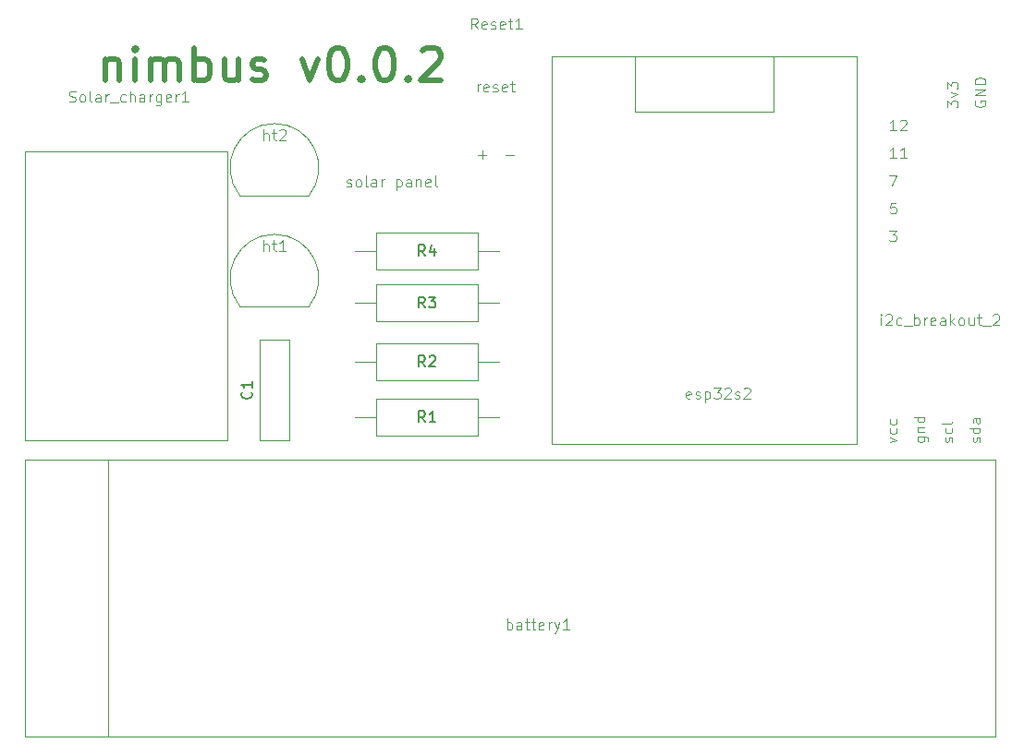
<source format=gbr>
%TF.GenerationSoftware,KiCad,Pcbnew,8.0.8-8.0.8-0~ubuntu24.10.1*%
%TF.CreationDate,2025-03-16T16:58:14+01:00*%
%TF.ProjectId,nimbus_pcb_2,6e696d62-7573-45f7-9063-625f322e6b69,rev?*%
%TF.SameCoordinates,Original*%
%TF.FileFunction,Legend,Top*%
%TF.FilePolarity,Positive*%
%FSLAX46Y46*%
G04 Gerber Fmt 4.6, Leading zero omitted, Abs format (unit mm)*
G04 Created by KiCad (PCBNEW 8.0.8-8.0.8-0~ubuntu24.10.1) date 2025-03-16 16:58:14*
%MOMM*%
%LPD*%
G01*
G04 APERTURE LIST*
%ADD10C,0.100000*%
%ADD11C,0.500000*%
%ADD12C,0.150000*%
%ADD13C,0.120000*%
G04 APERTURE END LIST*
D10*
X156908038Y-101788306D02*
X156860419Y-101883544D01*
X156860419Y-101883544D02*
X156860419Y-102026401D01*
X156860419Y-102026401D02*
X156908038Y-102169258D01*
X156908038Y-102169258D02*
X157003276Y-102264496D01*
X157003276Y-102264496D02*
X157098514Y-102312115D01*
X157098514Y-102312115D02*
X157288990Y-102359734D01*
X157288990Y-102359734D02*
X157431847Y-102359734D01*
X157431847Y-102359734D02*
X157622323Y-102312115D01*
X157622323Y-102312115D02*
X157717561Y-102264496D01*
X157717561Y-102264496D02*
X157812800Y-102169258D01*
X157812800Y-102169258D02*
X157860419Y-102026401D01*
X157860419Y-102026401D02*
X157860419Y-101931163D01*
X157860419Y-101931163D02*
X157812800Y-101788306D01*
X157812800Y-101788306D02*
X157765180Y-101740687D01*
X157765180Y-101740687D02*
X157431847Y-101740687D01*
X157431847Y-101740687D02*
X157431847Y-101931163D01*
X157860419Y-101312115D02*
X156860419Y-101312115D01*
X156860419Y-101312115D02*
X157860419Y-100740687D01*
X157860419Y-100740687D02*
X156860419Y-100740687D01*
X157860419Y-100264496D02*
X156860419Y-100264496D01*
X156860419Y-100264496D02*
X156860419Y-100026401D01*
X156860419Y-100026401D02*
X156908038Y-99883544D01*
X156908038Y-99883544D02*
X157003276Y-99788306D01*
X157003276Y-99788306D02*
X157098514Y-99740687D01*
X157098514Y-99740687D02*
X157288990Y-99693068D01*
X157288990Y-99693068D02*
X157431847Y-99693068D01*
X157431847Y-99693068D02*
X157622323Y-99740687D01*
X157622323Y-99740687D02*
X157717561Y-99788306D01*
X157717561Y-99788306D02*
X157812800Y-99883544D01*
X157812800Y-99883544D02*
X157860419Y-100026401D01*
X157860419Y-100026401D02*
X157860419Y-100264496D01*
X154320419Y-102407353D02*
X154320419Y-101788306D01*
X154320419Y-101788306D02*
X154701371Y-102121639D01*
X154701371Y-102121639D02*
X154701371Y-101978782D01*
X154701371Y-101978782D02*
X154748990Y-101883544D01*
X154748990Y-101883544D02*
X154796609Y-101835925D01*
X154796609Y-101835925D02*
X154891847Y-101788306D01*
X154891847Y-101788306D02*
X155129942Y-101788306D01*
X155129942Y-101788306D02*
X155225180Y-101835925D01*
X155225180Y-101835925D02*
X155272800Y-101883544D01*
X155272800Y-101883544D02*
X155320419Y-101978782D01*
X155320419Y-101978782D02*
X155320419Y-102264496D01*
X155320419Y-102264496D02*
X155272800Y-102359734D01*
X155272800Y-102359734D02*
X155225180Y-102407353D01*
X154653752Y-101454972D02*
X155320419Y-101216877D01*
X155320419Y-101216877D02*
X154653752Y-100978782D01*
X154320419Y-100693067D02*
X154320419Y-100074020D01*
X154320419Y-100074020D02*
X154701371Y-100407353D01*
X154701371Y-100407353D02*
X154701371Y-100264496D01*
X154701371Y-100264496D02*
X154748990Y-100169258D01*
X154748990Y-100169258D02*
X154796609Y-100121639D01*
X154796609Y-100121639D02*
X154891847Y-100074020D01*
X154891847Y-100074020D02*
X155129942Y-100074020D01*
X155129942Y-100074020D02*
X155225180Y-100121639D01*
X155225180Y-100121639D02*
X155272800Y-100169258D01*
X155272800Y-100169258D02*
X155320419Y-100264496D01*
X155320419Y-100264496D02*
X155320419Y-100550210D01*
X155320419Y-100550210D02*
X155272800Y-100645448D01*
X155272800Y-100645448D02*
X155225180Y-100693067D01*
X149052646Y-113680419D02*
X149671693Y-113680419D01*
X149671693Y-113680419D02*
X149338360Y-114061371D01*
X149338360Y-114061371D02*
X149481217Y-114061371D01*
X149481217Y-114061371D02*
X149576455Y-114108990D01*
X149576455Y-114108990D02*
X149624074Y-114156609D01*
X149624074Y-114156609D02*
X149671693Y-114251847D01*
X149671693Y-114251847D02*
X149671693Y-114489942D01*
X149671693Y-114489942D02*
X149624074Y-114585180D01*
X149624074Y-114585180D02*
X149576455Y-114632800D01*
X149576455Y-114632800D02*
X149481217Y-114680419D01*
X149481217Y-114680419D02*
X149195503Y-114680419D01*
X149195503Y-114680419D02*
X149100265Y-114632800D01*
X149100265Y-114632800D02*
X149052646Y-114585180D01*
X149624074Y-111140419D02*
X149147884Y-111140419D01*
X149147884Y-111140419D02*
X149100265Y-111616609D01*
X149100265Y-111616609D02*
X149147884Y-111568990D01*
X149147884Y-111568990D02*
X149243122Y-111521371D01*
X149243122Y-111521371D02*
X149481217Y-111521371D01*
X149481217Y-111521371D02*
X149576455Y-111568990D01*
X149576455Y-111568990D02*
X149624074Y-111616609D01*
X149624074Y-111616609D02*
X149671693Y-111711847D01*
X149671693Y-111711847D02*
X149671693Y-111949942D01*
X149671693Y-111949942D02*
X149624074Y-112045180D01*
X149624074Y-112045180D02*
X149576455Y-112092800D01*
X149576455Y-112092800D02*
X149481217Y-112140419D01*
X149481217Y-112140419D02*
X149243122Y-112140419D01*
X149243122Y-112140419D02*
X149147884Y-112092800D01*
X149147884Y-112092800D02*
X149100265Y-112045180D01*
X149052646Y-108600419D02*
X149719312Y-108600419D01*
X149719312Y-108600419D02*
X149290741Y-109600419D01*
X149671693Y-107060419D02*
X149100265Y-107060419D01*
X149385979Y-107060419D02*
X149385979Y-106060419D01*
X149385979Y-106060419D02*
X149290741Y-106203276D01*
X149290741Y-106203276D02*
X149195503Y-106298514D01*
X149195503Y-106298514D02*
X149100265Y-106346133D01*
X150624074Y-107060419D02*
X150052646Y-107060419D01*
X150338360Y-107060419D02*
X150338360Y-106060419D01*
X150338360Y-106060419D02*
X150243122Y-106203276D01*
X150243122Y-106203276D02*
X150147884Y-106298514D01*
X150147884Y-106298514D02*
X150052646Y-106346133D01*
X149671693Y-104520419D02*
X149100265Y-104520419D01*
X149385979Y-104520419D02*
X149385979Y-103520419D01*
X149385979Y-103520419D02*
X149290741Y-103663276D01*
X149290741Y-103663276D02*
X149195503Y-103758514D01*
X149195503Y-103758514D02*
X149100265Y-103806133D01*
X150052646Y-103615657D02*
X150100265Y-103568038D01*
X150100265Y-103568038D02*
X150195503Y-103520419D01*
X150195503Y-103520419D02*
X150433598Y-103520419D01*
X150433598Y-103520419D02*
X150528836Y-103568038D01*
X150528836Y-103568038D02*
X150576455Y-103615657D01*
X150576455Y-103615657D02*
X150624074Y-103710895D01*
X150624074Y-103710895D02*
X150624074Y-103806133D01*
X150624074Y-103806133D02*
X150576455Y-103948990D01*
X150576455Y-103948990D02*
X150005027Y-104520419D01*
X150005027Y-104520419D02*
X150624074Y-104520419D01*
D11*
X77243232Y-97936857D02*
X77243232Y-99936857D01*
X77243232Y-98222571D02*
X77386089Y-98079714D01*
X77386089Y-98079714D02*
X77671804Y-97936857D01*
X77671804Y-97936857D02*
X78100375Y-97936857D01*
X78100375Y-97936857D02*
X78386089Y-98079714D01*
X78386089Y-98079714D02*
X78528947Y-98365428D01*
X78528947Y-98365428D02*
X78528947Y-99936857D01*
X79957518Y-99936857D02*
X79957518Y-97936857D01*
X79957518Y-96936857D02*
X79814661Y-97079714D01*
X79814661Y-97079714D02*
X79957518Y-97222571D01*
X79957518Y-97222571D02*
X80100375Y-97079714D01*
X80100375Y-97079714D02*
X79957518Y-96936857D01*
X79957518Y-96936857D02*
X79957518Y-97222571D01*
X81386089Y-99936857D02*
X81386089Y-97936857D01*
X81386089Y-98222571D02*
X81528946Y-98079714D01*
X81528946Y-98079714D02*
X81814661Y-97936857D01*
X81814661Y-97936857D02*
X82243232Y-97936857D01*
X82243232Y-97936857D02*
X82528946Y-98079714D01*
X82528946Y-98079714D02*
X82671804Y-98365428D01*
X82671804Y-98365428D02*
X82671804Y-99936857D01*
X82671804Y-98365428D02*
X82814661Y-98079714D01*
X82814661Y-98079714D02*
X83100375Y-97936857D01*
X83100375Y-97936857D02*
X83528946Y-97936857D01*
X83528946Y-97936857D02*
X83814661Y-98079714D01*
X83814661Y-98079714D02*
X83957518Y-98365428D01*
X83957518Y-98365428D02*
X83957518Y-99936857D01*
X85386089Y-99936857D02*
X85386089Y-96936857D01*
X85386089Y-98079714D02*
X85671804Y-97936857D01*
X85671804Y-97936857D02*
X86243232Y-97936857D01*
X86243232Y-97936857D02*
X86528946Y-98079714D01*
X86528946Y-98079714D02*
X86671804Y-98222571D01*
X86671804Y-98222571D02*
X86814661Y-98508285D01*
X86814661Y-98508285D02*
X86814661Y-99365428D01*
X86814661Y-99365428D02*
X86671804Y-99651142D01*
X86671804Y-99651142D02*
X86528946Y-99794000D01*
X86528946Y-99794000D02*
X86243232Y-99936857D01*
X86243232Y-99936857D02*
X85671804Y-99936857D01*
X85671804Y-99936857D02*
X85386089Y-99794000D01*
X89386090Y-97936857D02*
X89386090Y-99936857D01*
X88100375Y-97936857D02*
X88100375Y-99508285D01*
X88100375Y-99508285D02*
X88243232Y-99794000D01*
X88243232Y-99794000D02*
X88528947Y-99936857D01*
X88528947Y-99936857D02*
X88957518Y-99936857D01*
X88957518Y-99936857D02*
X89243232Y-99794000D01*
X89243232Y-99794000D02*
X89386090Y-99651142D01*
X90671804Y-99794000D02*
X90957518Y-99936857D01*
X90957518Y-99936857D02*
X91528947Y-99936857D01*
X91528947Y-99936857D02*
X91814661Y-99794000D01*
X91814661Y-99794000D02*
X91957518Y-99508285D01*
X91957518Y-99508285D02*
X91957518Y-99365428D01*
X91957518Y-99365428D02*
X91814661Y-99079714D01*
X91814661Y-99079714D02*
X91528947Y-98936857D01*
X91528947Y-98936857D02*
X91100376Y-98936857D01*
X91100376Y-98936857D02*
X90814661Y-98794000D01*
X90814661Y-98794000D02*
X90671804Y-98508285D01*
X90671804Y-98508285D02*
X90671804Y-98365428D01*
X90671804Y-98365428D02*
X90814661Y-98079714D01*
X90814661Y-98079714D02*
X91100376Y-97936857D01*
X91100376Y-97936857D02*
X91528947Y-97936857D01*
X91528947Y-97936857D02*
X91814661Y-98079714D01*
X95243232Y-97936857D02*
X95957518Y-99936857D01*
X95957518Y-99936857D02*
X96671803Y-97936857D01*
X98386089Y-96936857D02*
X98671803Y-96936857D01*
X98671803Y-96936857D02*
X98957517Y-97079714D01*
X98957517Y-97079714D02*
X99100375Y-97222571D01*
X99100375Y-97222571D02*
X99243232Y-97508285D01*
X99243232Y-97508285D02*
X99386089Y-98079714D01*
X99386089Y-98079714D02*
X99386089Y-98794000D01*
X99386089Y-98794000D02*
X99243232Y-99365428D01*
X99243232Y-99365428D02*
X99100375Y-99651142D01*
X99100375Y-99651142D02*
X98957517Y-99794000D01*
X98957517Y-99794000D02*
X98671803Y-99936857D01*
X98671803Y-99936857D02*
X98386089Y-99936857D01*
X98386089Y-99936857D02*
X98100375Y-99794000D01*
X98100375Y-99794000D02*
X97957517Y-99651142D01*
X97957517Y-99651142D02*
X97814660Y-99365428D01*
X97814660Y-99365428D02*
X97671803Y-98794000D01*
X97671803Y-98794000D02*
X97671803Y-98079714D01*
X97671803Y-98079714D02*
X97814660Y-97508285D01*
X97814660Y-97508285D02*
X97957517Y-97222571D01*
X97957517Y-97222571D02*
X98100375Y-97079714D01*
X98100375Y-97079714D02*
X98386089Y-96936857D01*
X100671803Y-99651142D02*
X100814660Y-99794000D01*
X100814660Y-99794000D02*
X100671803Y-99936857D01*
X100671803Y-99936857D02*
X100528946Y-99794000D01*
X100528946Y-99794000D02*
X100671803Y-99651142D01*
X100671803Y-99651142D02*
X100671803Y-99936857D01*
X102671803Y-96936857D02*
X102957517Y-96936857D01*
X102957517Y-96936857D02*
X103243231Y-97079714D01*
X103243231Y-97079714D02*
X103386089Y-97222571D01*
X103386089Y-97222571D02*
X103528946Y-97508285D01*
X103528946Y-97508285D02*
X103671803Y-98079714D01*
X103671803Y-98079714D02*
X103671803Y-98794000D01*
X103671803Y-98794000D02*
X103528946Y-99365428D01*
X103528946Y-99365428D02*
X103386089Y-99651142D01*
X103386089Y-99651142D02*
X103243231Y-99794000D01*
X103243231Y-99794000D02*
X102957517Y-99936857D01*
X102957517Y-99936857D02*
X102671803Y-99936857D01*
X102671803Y-99936857D02*
X102386089Y-99794000D01*
X102386089Y-99794000D02*
X102243231Y-99651142D01*
X102243231Y-99651142D02*
X102100374Y-99365428D01*
X102100374Y-99365428D02*
X101957517Y-98794000D01*
X101957517Y-98794000D02*
X101957517Y-98079714D01*
X101957517Y-98079714D02*
X102100374Y-97508285D01*
X102100374Y-97508285D02*
X102243231Y-97222571D01*
X102243231Y-97222571D02*
X102386089Y-97079714D01*
X102386089Y-97079714D02*
X102671803Y-96936857D01*
X104957517Y-99651142D02*
X105100374Y-99794000D01*
X105100374Y-99794000D02*
X104957517Y-99936857D01*
X104957517Y-99936857D02*
X104814660Y-99794000D01*
X104814660Y-99794000D02*
X104957517Y-99651142D01*
X104957517Y-99651142D02*
X104957517Y-99936857D01*
X106243231Y-97222571D02*
X106386088Y-97079714D01*
X106386088Y-97079714D02*
X106671803Y-96936857D01*
X106671803Y-96936857D02*
X107386088Y-96936857D01*
X107386088Y-96936857D02*
X107671803Y-97079714D01*
X107671803Y-97079714D02*
X107814660Y-97222571D01*
X107814660Y-97222571D02*
X107957517Y-97508285D01*
X107957517Y-97508285D02*
X107957517Y-97794000D01*
X107957517Y-97794000D02*
X107814660Y-98222571D01*
X107814660Y-98222571D02*
X106100374Y-99936857D01*
X106100374Y-99936857D02*
X107957517Y-99936857D01*
D12*
X106513333Y-126184819D02*
X106180000Y-125708628D01*
X105941905Y-126184819D02*
X105941905Y-125184819D01*
X105941905Y-125184819D02*
X106322857Y-125184819D01*
X106322857Y-125184819D02*
X106418095Y-125232438D01*
X106418095Y-125232438D02*
X106465714Y-125280057D01*
X106465714Y-125280057D02*
X106513333Y-125375295D01*
X106513333Y-125375295D02*
X106513333Y-125518152D01*
X106513333Y-125518152D02*
X106465714Y-125613390D01*
X106465714Y-125613390D02*
X106418095Y-125661009D01*
X106418095Y-125661009D02*
X106322857Y-125708628D01*
X106322857Y-125708628D02*
X105941905Y-125708628D01*
X106894286Y-125280057D02*
X106941905Y-125232438D01*
X106941905Y-125232438D02*
X107037143Y-125184819D01*
X107037143Y-125184819D02*
X107275238Y-125184819D01*
X107275238Y-125184819D02*
X107370476Y-125232438D01*
X107370476Y-125232438D02*
X107418095Y-125280057D01*
X107418095Y-125280057D02*
X107465714Y-125375295D01*
X107465714Y-125375295D02*
X107465714Y-125470533D01*
X107465714Y-125470533D02*
X107418095Y-125613390D01*
X107418095Y-125613390D02*
X106846667Y-126184819D01*
X106846667Y-126184819D02*
X107465714Y-126184819D01*
D10*
X73907618Y-101849800D02*
X74050475Y-101897419D01*
X74050475Y-101897419D02*
X74288570Y-101897419D01*
X74288570Y-101897419D02*
X74383808Y-101849800D01*
X74383808Y-101849800D02*
X74431427Y-101802180D01*
X74431427Y-101802180D02*
X74479046Y-101706942D01*
X74479046Y-101706942D02*
X74479046Y-101611704D01*
X74479046Y-101611704D02*
X74431427Y-101516466D01*
X74431427Y-101516466D02*
X74383808Y-101468847D01*
X74383808Y-101468847D02*
X74288570Y-101421228D01*
X74288570Y-101421228D02*
X74098094Y-101373609D01*
X74098094Y-101373609D02*
X74002856Y-101325990D01*
X74002856Y-101325990D02*
X73955237Y-101278371D01*
X73955237Y-101278371D02*
X73907618Y-101183133D01*
X73907618Y-101183133D02*
X73907618Y-101087895D01*
X73907618Y-101087895D02*
X73955237Y-100992657D01*
X73955237Y-100992657D02*
X74002856Y-100945038D01*
X74002856Y-100945038D02*
X74098094Y-100897419D01*
X74098094Y-100897419D02*
X74336189Y-100897419D01*
X74336189Y-100897419D02*
X74479046Y-100945038D01*
X75050475Y-101897419D02*
X74955237Y-101849800D01*
X74955237Y-101849800D02*
X74907618Y-101802180D01*
X74907618Y-101802180D02*
X74859999Y-101706942D01*
X74859999Y-101706942D02*
X74859999Y-101421228D01*
X74859999Y-101421228D02*
X74907618Y-101325990D01*
X74907618Y-101325990D02*
X74955237Y-101278371D01*
X74955237Y-101278371D02*
X75050475Y-101230752D01*
X75050475Y-101230752D02*
X75193332Y-101230752D01*
X75193332Y-101230752D02*
X75288570Y-101278371D01*
X75288570Y-101278371D02*
X75336189Y-101325990D01*
X75336189Y-101325990D02*
X75383808Y-101421228D01*
X75383808Y-101421228D02*
X75383808Y-101706942D01*
X75383808Y-101706942D02*
X75336189Y-101802180D01*
X75336189Y-101802180D02*
X75288570Y-101849800D01*
X75288570Y-101849800D02*
X75193332Y-101897419D01*
X75193332Y-101897419D02*
X75050475Y-101897419D01*
X75955237Y-101897419D02*
X75859999Y-101849800D01*
X75859999Y-101849800D02*
X75812380Y-101754561D01*
X75812380Y-101754561D02*
X75812380Y-100897419D01*
X76764761Y-101897419D02*
X76764761Y-101373609D01*
X76764761Y-101373609D02*
X76717142Y-101278371D01*
X76717142Y-101278371D02*
X76621904Y-101230752D01*
X76621904Y-101230752D02*
X76431428Y-101230752D01*
X76431428Y-101230752D02*
X76336190Y-101278371D01*
X76764761Y-101849800D02*
X76669523Y-101897419D01*
X76669523Y-101897419D02*
X76431428Y-101897419D01*
X76431428Y-101897419D02*
X76336190Y-101849800D01*
X76336190Y-101849800D02*
X76288571Y-101754561D01*
X76288571Y-101754561D02*
X76288571Y-101659323D01*
X76288571Y-101659323D02*
X76336190Y-101564085D01*
X76336190Y-101564085D02*
X76431428Y-101516466D01*
X76431428Y-101516466D02*
X76669523Y-101516466D01*
X76669523Y-101516466D02*
X76764761Y-101468847D01*
X77240952Y-101897419D02*
X77240952Y-101230752D01*
X77240952Y-101421228D02*
X77288571Y-101325990D01*
X77288571Y-101325990D02*
X77336190Y-101278371D01*
X77336190Y-101278371D02*
X77431428Y-101230752D01*
X77431428Y-101230752D02*
X77526666Y-101230752D01*
X77621905Y-101992657D02*
X78383809Y-101992657D01*
X79050476Y-101849800D02*
X78955238Y-101897419D01*
X78955238Y-101897419D02*
X78764762Y-101897419D01*
X78764762Y-101897419D02*
X78669524Y-101849800D01*
X78669524Y-101849800D02*
X78621905Y-101802180D01*
X78621905Y-101802180D02*
X78574286Y-101706942D01*
X78574286Y-101706942D02*
X78574286Y-101421228D01*
X78574286Y-101421228D02*
X78621905Y-101325990D01*
X78621905Y-101325990D02*
X78669524Y-101278371D01*
X78669524Y-101278371D02*
X78764762Y-101230752D01*
X78764762Y-101230752D02*
X78955238Y-101230752D01*
X78955238Y-101230752D02*
X79050476Y-101278371D01*
X79479048Y-101897419D02*
X79479048Y-100897419D01*
X79907619Y-101897419D02*
X79907619Y-101373609D01*
X79907619Y-101373609D02*
X79860000Y-101278371D01*
X79860000Y-101278371D02*
X79764762Y-101230752D01*
X79764762Y-101230752D02*
X79621905Y-101230752D01*
X79621905Y-101230752D02*
X79526667Y-101278371D01*
X79526667Y-101278371D02*
X79479048Y-101325990D01*
X80812381Y-101897419D02*
X80812381Y-101373609D01*
X80812381Y-101373609D02*
X80764762Y-101278371D01*
X80764762Y-101278371D02*
X80669524Y-101230752D01*
X80669524Y-101230752D02*
X80479048Y-101230752D01*
X80479048Y-101230752D02*
X80383810Y-101278371D01*
X80812381Y-101849800D02*
X80717143Y-101897419D01*
X80717143Y-101897419D02*
X80479048Y-101897419D01*
X80479048Y-101897419D02*
X80383810Y-101849800D01*
X80383810Y-101849800D02*
X80336191Y-101754561D01*
X80336191Y-101754561D02*
X80336191Y-101659323D01*
X80336191Y-101659323D02*
X80383810Y-101564085D01*
X80383810Y-101564085D02*
X80479048Y-101516466D01*
X80479048Y-101516466D02*
X80717143Y-101516466D01*
X80717143Y-101516466D02*
X80812381Y-101468847D01*
X81288572Y-101897419D02*
X81288572Y-101230752D01*
X81288572Y-101421228D02*
X81336191Y-101325990D01*
X81336191Y-101325990D02*
X81383810Y-101278371D01*
X81383810Y-101278371D02*
X81479048Y-101230752D01*
X81479048Y-101230752D02*
X81574286Y-101230752D01*
X82336191Y-101230752D02*
X82336191Y-102040276D01*
X82336191Y-102040276D02*
X82288572Y-102135514D01*
X82288572Y-102135514D02*
X82240953Y-102183133D01*
X82240953Y-102183133D02*
X82145715Y-102230752D01*
X82145715Y-102230752D02*
X82002858Y-102230752D01*
X82002858Y-102230752D02*
X81907620Y-102183133D01*
X82336191Y-101849800D02*
X82240953Y-101897419D01*
X82240953Y-101897419D02*
X82050477Y-101897419D01*
X82050477Y-101897419D02*
X81955239Y-101849800D01*
X81955239Y-101849800D02*
X81907620Y-101802180D01*
X81907620Y-101802180D02*
X81860001Y-101706942D01*
X81860001Y-101706942D02*
X81860001Y-101421228D01*
X81860001Y-101421228D02*
X81907620Y-101325990D01*
X81907620Y-101325990D02*
X81955239Y-101278371D01*
X81955239Y-101278371D02*
X82050477Y-101230752D01*
X82050477Y-101230752D02*
X82240953Y-101230752D01*
X82240953Y-101230752D02*
X82336191Y-101278371D01*
X83193334Y-101849800D02*
X83098096Y-101897419D01*
X83098096Y-101897419D02*
X82907620Y-101897419D01*
X82907620Y-101897419D02*
X82812382Y-101849800D01*
X82812382Y-101849800D02*
X82764763Y-101754561D01*
X82764763Y-101754561D02*
X82764763Y-101373609D01*
X82764763Y-101373609D02*
X82812382Y-101278371D01*
X82812382Y-101278371D02*
X82907620Y-101230752D01*
X82907620Y-101230752D02*
X83098096Y-101230752D01*
X83098096Y-101230752D02*
X83193334Y-101278371D01*
X83193334Y-101278371D02*
X83240953Y-101373609D01*
X83240953Y-101373609D02*
X83240953Y-101468847D01*
X83240953Y-101468847D02*
X82764763Y-101564085D01*
X83669525Y-101897419D02*
X83669525Y-101230752D01*
X83669525Y-101421228D02*
X83717144Y-101325990D01*
X83717144Y-101325990D02*
X83764763Y-101278371D01*
X83764763Y-101278371D02*
X83860001Y-101230752D01*
X83860001Y-101230752D02*
X83955239Y-101230752D01*
X84812382Y-101897419D02*
X84240954Y-101897419D01*
X84526668Y-101897419D02*
X84526668Y-100897419D01*
X84526668Y-100897419D02*
X84431430Y-101040276D01*
X84431430Y-101040276D02*
X84336192Y-101135514D01*
X84336192Y-101135514D02*
X84240954Y-101183133D01*
X114006666Y-150317419D02*
X114006666Y-149317419D01*
X114006666Y-149698371D02*
X114101904Y-149650752D01*
X114101904Y-149650752D02*
X114292380Y-149650752D01*
X114292380Y-149650752D02*
X114387618Y-149698371D01*
X114387618Y-149698371D02*
X114435237Y-149745990D01*
X114435237Y-149745990D02*
X114482856Y-149841228D01*
X114482856Y-149841228D02*
X114482856Y-150126942D01*
X114482856Y-150126942D02*
X114435237Y-150222180D01*
X114435237Y-150222180D02*
X114387618Y-150269800D01*
X114387618Y-150269800D02*
X114292380Y-150317419D01*
X114292380Y-150317419D02*
X114101904Y-150317419D01*
X114101904Y-150317419D02*
X114006666Y-150269800D01*
X115339999Y-150317419D02*
X115339999Y-149793609D01*
X115339999Y-149793609D02*
X115292380Y-149698371D01*
X115292380Y-149698371D02*
X115197142Y-149650752D01*
X115197142Y-149650752D02*
X115006666Y-149650752D01*
X115006666Y-149650752D02*
X114911428Y-149698371D01*
X115339999Y-150269800D02*
X115244761Y-150317419D01*
X115244761Y-150317419D02*
X115006666Y-150317419D01*
X115006666Y-150317419D02*
X114911428Y-150269800D01*
X114911428Y-150269800D02*
X114863809Y-150174561D01*
X114863809Y-150174561D02*
X114863809Y-150079323D01*
X114863809Y-150079323D02*
X114911428Y-149984085D01*
X114911428Y-149984085D02*
X115006666Y-149936466D01*
X115006666Y-149936466D02*
X115244761Y-149936466D01*
X115244761Y-149936466D02*
X115339999Y-149888847D01*
X115673333Y-149650752D02*
X116054285Y-149650752D01*
X115816190Y-149317419D02*
X115816190Y-150174561D01*
X115816190Y-150174561D02*
X115863809Y-150269800D01*
X115863809Y-150269800D02*
X115959047Y-150317419D01*
X115959047Y-150317419D02*
X116054285Y-150317419D01*
X116244762Y-149650752D02*
X116625714Y-149650752D01*
X116387619Y-149317419D02*
X116387619Y-150174561D01*
X116387619Y-150174561D02*
X116435238Y-150269800D01*
X116435238Y-150269800D02*
X116530476Y-150317419D01*
X116530476Y-150317419D02*
X116625714Y-150317419D01*
X117340000Y-150269800D02*
X117244762Y-150317419D01*
X117244762Y-150317419D02*
X117054286Y-150317419D01*
X117054286Y-150317419D02*
X116959048Y-150269800D01*
X116959048Y-150269800D02*
X116911429Y-150174561D01*
X116911429Y-150174561D02*
X116911429Y-149793609D01*
X116911429Y-149793609D02*
X116959048Y-149698371D01*
X116959048Y-149698371D02*
X117054286Y-149650752D01*
X117054286Y-149650752D02*
X117244762Y-149650752D01*
X117244762Y-149650752D02*
X117340000Y-149698371D01*
X117340000Y-149698371D02*
X117387619Y-149793609D01*
X117387619Y-149793609D02*
X117387619Y-149888847D01*
X117387619Y-149888847D02*
X116911429Y-149984085D01*
X117816191Y-150317419D02*
X117816191Y-149650752D01*
X117816191Y-149841228D02*
X117863810Y-149745990D01*
X117863810Y-149745990D02*
X117911429Y-149698371D01*
X117911429Y-149698371D02*
X118006667Y-149650752D01*
X118006667Y-149650752D02*
X118101905Y-149650752D01*
X118340001Y-149650752D02*
X118578096Y-150317419D01*
X118816191Y-149650752D02*
X118578096Y-150317419D01*
X118578096Y-150317419D02*
X118482858Y-150555514D01*
X118482858Y-150555514D02*
X118435239Y-150603133D01*
X118435239Y-150603133D02*
X118340001Y-150650752D01*
X119720953Y-150317419D02*
X119149525Y-150317419D01*
X119435239Y-150317419D02*
X119435239Y-149317419D01*
X119435239Y-149317419D02*
X119340001Y-149460276D01*
X119340001Y-149460276D02*
X119244763Y-149555514D01*
X119244763Y-149555514D02*
X119149525Y-149603133D01*
X111379048Y-106756466D02*
X112140953Y-106756466D01*
X111760000Y-107137419D02*
X111760000Y-106375514D01*
X113919048Y-106756466D02*
X114680953Y-106756466D01*
X99316265Y-109629800D02*
X99411503Y-109677419D01*
X99411503Y-109677419D02*
X99601979Y-109677419D01*
X99601979Y-109677419D02*
X99697217Y-109629800D01*
X99697217Y-109629800D02*
X99744836Y-109534561D01*
X99744836Y-109534561D02*
X99744836Y-109486942D01*
X99744836Y-109486942D02*
X99697217Y-109391704D01*
X99697217Y-109391704D02*
X99601979Y-109344085D01*
X99601979Y-109344085D02*
X99459122Y-109344085D01*
X99459122Y-109344085D02*
X99363884Y-109296466D01*
X99363884Y-109296466D02*
X99316265Y-109201228D01*
X99316265Y-109201228D02*
X99316265Y-109153609D01*
X99316265Y-109153609D02*
X99363884Y-109058371D01*
X99363884Y-109058371D02*
X99459122Y-109010752D01*
X99459122Y-109010752D02*
X99601979Y-109010752D01*
X99601979Y-109010752D02*
X99697217Y-109058371D01*
X100316265Y-109677419D02*
X100221027Y-109629800D01*
X100221027Y-109629800D02*
X100173408Y-109582180D01*
X100173408Y-109582180D02*
X100125789Y-109486942D01*
X100125789Y-109486942D02*
X100125789Y-109201228D01*
X100125789Y-109201228D02*
X100173408Y-109105990D01*
X100173408Y-109105990D02*
X100221027Y-109058371D01*
X100221027Y-109058371D02*
X100316265Y-109010752D01*
X100316265Y-109010752D02*
X100459122Y-109010752D01*
X100459122Y-109010752D02*
X100554360Y-109058371D01*
X100554360Y-109058371D02*
X100601979Y-109105990D01*
X100601979Y-109105990D02*
X100649598Y-109201228D01*
X100649598Y-109201228D02*
X100649598Y-109486942D01*
X100649598Y-109486942D02*
X100601979Y-109582180D01*
X100601979Y-109582180D02*
X100554360Y-109629800D01*
X100554360Y-109629800D02*
X100459122Y-109677419D01*
X100459122Y-109677419D02*
X100316265Y-109677419D01*
X101221027Y-109677419D02*
X101125789Y-109629800D01*
X101125789Y-109629800D02*
X101078170Y-109534561D01*
X101078170Y-109534561D02*
X101078170Y-108677419D01*
X102030551Y-109677419D02*
X102030551Y-109153609D01*
X102030551Y-109153609D02*
X101982932Y-109058371D01*
X101982932Y-109058371D02*
X101887694Y-109010752D01*
X101887694Y-109010752D02*
X101697218Y-109010752D01*
X101697218Y-109010752D02*
X101601980Y-109058371D01*
X102030551Y-109629800D02*
X101935313Y-109677419D01*
X101935313Y-109677419D02*
X101697218Y-109677419D01*
X101697218Y-109677419D02*
X101601980Y-109629800D01*
X101601980Y-109629800D02*
X101554361Y-109534561D01*
X101554361Y-109534561D02*
X101554361Y-109439323D01*
X101554361Y-109439323D02*
X101601980Y-109344085D01*
X101601980Y-109344085D02*
X101697218Y-109296466D01*
X101697218Y-109296466D02*
X101935313Y-109296466D01*
X101935313Y-109296466D02*
X102030551Y-109248847D01*
X102506742Y-109677419D02*
X102506742Y-109010752D01*
X102506742Y-109201228D02*
X102554361Y-109105990D01*
X102554361Y-109105990D02*
X102601980Y-109058371D01*
X102601980Y-109058371D02*
X102697218Y-109010752D01*
X102697218Y-109010752D02*
X102792456Y-109010752D01*
X103887695Y-109010752D02*
X103887695Y-110010752D01*
X103887695Y-109058371D02*
X103982933Y-109010752D01*
X103982933Y-109010752D02*
X104173409Y-109010752D01*
X104173409Y-109010752D02*
X104268647Y-109058371D01*
X104268647Y-109058371D02*
X104316266Y-109105990D01*
X104316266Y-109105990D02*
X104363885Y-109201228D01*
X104363885Y-109201228D02*
X104363885Y-109486942D01*
X104363885Y-109486942D02*
X104316266Y-109582180D01*
X104316266Y-109582180D02*
X104268647Y-109629800D01*
X104268647Y-109629800D02*
X104173409Y-109677419D01*
X104173409Y-109677419D02*
X103982933Y-109677419D01*
X103982933Y-109677419D02*
X103887695Y-109629800D01*
X105221028Y-109677419D02*
X105221028Y-109153609D01*
X105221028Y-109153609D02*
X105173409Y-109058371D01*
X105173409Y-109058371D02*
X105078171Y-109010752D01*
X105078171Y-109010752D02*
X104887695Y-109010752D01*
X104887695Y-109010752D02*
X104792457Y-109058371D01*
X105221028Y-109629800D02*
X105125790Y-109677419D01*
X105125790Y-109677419D02*
X104887695Y-109677419D01*
X104887695Y-109677419D02*
X104792457Y-109629800D01*
X104792457Y-109629800D02*
X104744838Y-109534561D01*
X104744838Y-109534561D02*
X104744838Y-109439323D01*
X104744838Y-109439323D02*
X104792457Y-109344085D01*
X104792457Y-109344085D02*
X104887695Y-109296466D01*
X104887695Y-109296466D02*
X105125790Y-109296466D01*
X105125790Y-109296466D02*
X105221028Y-109248847D01*
X105697219Y-109010752D02*
X105697219Y-109677419D01*
X105697219Y-109105990D02*
X105744838Y-109058371D01*
X105744838Y-109058371D02*
X105840076Y-109010752D01*
X105840076Y-109010752D02*
X105982933Y-109010752D01*
X105982933Y-109010752D02*
X106078171Y-109058371D01*
X106078171Y-109058371D02*
X106125790Y-109153609D01*
X106125790Y-109153609D02*
X106125790Y-109677419D01*
X106982933Y-109629800D02*
X106887695Y-109677419D01*
X106887695Y-109677419D02*
X106697219Y-109677419D01*
X106697219Y-109677419D02*
X106601981Y-109629800D01*
X106601981Y-109629800D02*
X106554362Y-109534561D01*
X106554362Y-109534561D02*
X106554362Y-109153609D01*
X106554362Y-109153609D02*
X106601981Y-109058371D01*
X106601981Y-109058371D02*
X106697219Y-109010752D01*
X106697219Y-109010752D02*
X106887695Y-109010752D01*
X106887695Y-109010752D02*
X106982933Y-109058371D01*
X106982933Y-109058371D02*
X107030552Y-109153609D01*
X107030552Y-109153609D02*
X107030552Y-109248847D01*
X107030552Y-109248847D02*
X106554362Y-109344085D01*
X107601981Y-109677419D02*
X107506743Y-109629800D01*
X107506743Y-109629800D02*
X107459124Y-109534561D01*
X107459124Y-109534561D02*
X107459124Y-108677419D01*
X111315713Y-95207419D02*
X110982380Y-94731228D01*
X110744285Y-95207419D02*
X110744285Y-94207419D01*
X110744285Y-94207419D02*
X111125237Y-94207419D01*
X111125237Y-94207419D02*
X111220475Y-94255038D01*
X111220475Y-94255038D02*
X111268094Y-94302657D01*
X111268094Y-94302657D02*
X111315713Y-94397895D01*
X111315713Y-94397895D02*
X111315713Y-94540752D01*
X111315713Y-94540752D02*
X111268094Y-94635990D01*
X111268094Y-94635990D02*
X111220475Y-94683609D01*
X111220475Y-94683609D02*
X111125237Y-94731228D01*
X111125237Y-94731228D02*
X110744285Y-94731228D01*
X112125237Y-95159800D02*
X112029999Y-95207419D01*
X112029999Y-95207419D02*
X111839523Y-95207419D01*
X111839523Y-95207419D02*
X111744285Y-95159800D01*
X111744285Y-95159800D02*
X111696666Y-95064561D01*
X111696666Y-95064561D02*
X111696666Y-94683609D01*
X111696666Y-94683609D02*
X111744285Y-94588371D01*
X111744285Y-94588371D02*
X111839523Y-94540752D01*
X111839523Y-94540752D02*
X112029999Y-94540752D01*
X112029999Y-94540752D02*
X112125237Y-94588371D01*
X112125237Y-94588371D02*
X112172856Y-94683609D01*
X112172856Y-94683609D02*
X112172856Y-94778847D01*
X112172856Y-94778847D02*
X111696666Y-94874085D01*
X112553809Y-95159800D02*
X112649047Y-95207419D01*
X112649047Y-95207419D02*
X112839523Y-95207419D01*
X112839523Y-95207419D02*
X112934761Y-95159800D01*
X112934761Y-95159800D02*
X112982380Y-95064561D01*
X112982380Y-95064561D02*
X112982380Y-95016942D01*
X112982380Y-95016942D02*
X112934761Y-94921704D01*
X112934761Y-94921704D02*
X112839523Y-94874085D01*
X112839523Y-94874085D02*
X112696666Y-94874085D01*
X112696666Y-94874085D02*
X112601428Y-94826466D01*
X112601428Y-94826466D02*
X112553809Y-94731228D01*
X112553809Y-94731228D02*
X112553809Y-94683609D01*
X112553809Y-94683609D02*
X112601428Y-94588371D01*
X112601428Y-94588371D02*
X112696666Y-94540752D01*
X112696666Y-94540752D02*
X112839523Y-94540752D01*
X112839523Y-94540752D02*
X112934761Y-94588371D01*
X113791904Y-95159800D02*
X113696666Y-95207419D01*
X113696666Y-95207419D02*
X113506190Y-95207419D01*
X113506190Y-95207419D02*
X113410952Y-95159800D01*
X113410952Y-95159800D02*
X113363333Y-95064561D01*
X113363333Y-95064561D02*
X113363333Y-94683609D01*
X113363333Y-94683609D02*
X113410952Y-94588371D01*
X113410952Y-94588371D02*
X113506190Y-94540752D01*
X113506190Y-94540752D02*
X113696666Y-94540752D01*
X113696666Y-94540752D02*
X113791904Y-94588371D01*
X113791904Y-94588371D02*
X113839523Y-94683609D01*
X113839523Y-94683609D02*
X113839523Y-94778847D01*
X113839523Y-94778847D02*
X113363333Y-94874085D01*
X114125238Y-94540752D02*
X114506190Y-94540752D01*
X114268095Y-94207419D02*
X114268095Y-95064561D01*
X114268095Y-95064561D02*
X114315714Y-95159800D01*
X114315714Y-95159800D02*
X114410952Y-95207419D01*
X114410952Y-95207419D02*
X114506190Y-95207419D01*
X115363333Y-95207419D02*
X114791905Y-95207419D01*
X115077619Y-95207419D02*
X115077619Y-94207419D01*
X115077619Y-94207419D02*
X114982381Y-94350276D01*
X114982381Y-94350276D02*
X114887143Y-94445514D01*
X114887143Y-94445514D02*
X114791905Y-94493133D01*
X111301884Y-100964419D02*
X111301884Y-100297752D01*
X111301884Y-100488228D02*
X111349503Y-100392990D01*
X111349503Y-100392990D02*
X111397122Y-100345371D01*
X111397122Y-100345371D02*
X111492360Y-100297752D01*
X111492360Y-100297752D02*
X111587598Y-100297752D01*
X112301884Y-100916800D02*
X112206646Y-100964419D01*
X112206646Y-100964419D02*
X112016170Y-100964419D01*
X112016170Y-100964419D02*
X111920932Y-100916800D01*
X111920932Y-100916800D02*
X111873313Y-100821561D01*
X111873313Y-100821561D02*
X111873313Y-100440609D01*
X111873313Y-100440609D02*
X111920932Y-100345371D01*
X111920932Y-100345371D02*
X112016170Y-100297752D01*
X112016170Y-100297752D02*
X112206646Y-100297752D01*
X112206646Y-100297752D02*
X112301884Y-100345371D01*
X112301884Y-100345371D02*
X112349503Y-100440609D01*
X112349503Y-100440609D02*
X112349503Y-100535847D01*
X112349503Y-100535847D02*
X111873313Y-100631085D01*
X112730456Y-100916800D02*
X112825694Y-100964419D01*
X112825694Y-100964419D02*
X113016170Y-100964419D01*
X113016170Y-100964419D02*
X113111408Y-100916800D01*
X113111408Y-100916800D02*
X113159027Y-100821561D01*
X113159027Y-100821561D02*
X113159027Y-100773942D01*
X113159027Y-100773942D02*
X113111408Y-100678704D01*
X113111408Y-100678704D02*
X113016170Y-100631085D01*
X113016170Y-100631085D02*
X112873313Y-100631085D01*
X112873313Y-100631085D02*
X112778075Y-100583466D01*
X112778075Y-100583466D02*
X112730456Y-100488228D01*
X112730456Y-100488228D02*
X112730456Y-100440609D01*
X112730456Y-100440609D02*
X112778075Y-100345371D01*
X112778075Y-100345371D02*
X112873313Y-100297752D01*
X112873313Y-100297752D02*
X113016170Y-100297752D01*
X113016170Y-100297752D02*
X113111408Y-100345371D01*
X113968551Y-100916800D02*
X113873313Y-100964419D01*
X113873313Y-100964419D02*
X113682837Y-100964419D01*
X113682837Y-100964419D02*
X113587599Y-100916800D01*
X113587599Y-100916800D02*
X113539980Y-100821561D01*
X113539980Y-100821561D02*
X113539980Y-100440609D01*
X113539980Y-100440609D02*
X113587599Y-100345371D01*
X113587599Y-100345371D02*
X113682837Y-100297752D01*
X113682837Y-100297752D02*
X113873313Y-100297752D01*
X113873313Y-100297752D02*
X113968551Y-100345371D01*
X113968551Y-100345371D02*
X114016170Y-100440609D01*
X114016170Y-100440609D02*
X114016170Y-100535847D01*
X114016170Y-100535847D02*
X113539980Y-100631085D01*
X114301885Y-100297752D02*
X114682837Y-100297752D01*
X114444742Y-99964419D02*
X114444742Y-100821561D01*
X114444742Y-100821561D02*
X114492361Y-100916800D01*
X114492361Y-100916800D02*
X114587599Y-100964419D01*
X114587599Y-100964419D02*
X114682837Y-100964419D01*
D12*
X106513333Y-116024819D02*
X106180000Y-115548628D01*
X105941905Y-116024819D02*
X105941905Y-115024819D01*
X105941905Y-115024819D02*
X106322857Y-115024819D01*
X106322857Y-115024819D02*
X106418095Y-115072438D01*
X106418095Y-115072438D02*
X106465714Y-115120057D01*
X106465714Y-115120057D02*
X106513333Y-115215295D01*
X106513333Y-115215295D02*
X106513333Y-115358152D01*
X106513333Y-115358152D02*
X106465714Y-115453390D01*
X106465714Y-115453390D02*
X106418095Y-115501009D01*
X106418095Y-115501009D02*
X106322857Y-115548628D01*
X106322857Y-115548628D02*
X105941905Y-115548628D01*
X107370476Y-115358152D02*
X107370476Y-116024819D01*
X107132381Y-114977200D02*
X106894286Y-115691485D01*
X106894286Y-115691485D02*
X107513333Y-115691485D01*
X106513333Y-120774819D02*
X106180000Y-120298628D01*
X105941905Y-120774819D02*
X105941905Y-119774819D01*
X105941905Y-119774819D02*
X106322857Y-119774819D01*
X106322857Y-119774819D02*
X106418095Y-119822438D01*
X106418095Y-119822438D02*
X106465714Y-119870057D01*
X106465714Y-119870057D02*
X106513333Y-119965295D01*
X106513333Y-119965295D02*
X106513333Y-120108152D01*
X106513333Y-120108152D02*
X106465714Y-120203390D01*
X106465714Y-120203390D02*
X106418095Y-120251009D01*
X106418095Y-120251009D02*
X106322857Y-120298628D01*
X106322857Y-120298628D02*
X105941905Y-120298628D01*
X106846667Y-119774819D02*
X107465714Y-119774819D01*
X107465714Y-119774819D02*
X107132381Y-120155771D01*
X107132381Y-120155771D02*
X107275238Y-120155771D01*
X107275238Y-120155771D02*
X107370476Y-120203390D01*
X107370476Y-120203390D02*
X107418095Y-120251009D01*
X107418095Y-120251009D02*
X107465714Y-120346247D01*
X107465714Y-120346247D02*
X107465714Y-120584342D01*
X107465714Y-120584342D02*
X107418095Y-120679580D01*
X107418095Y-120679580D02*
X107370476Y-120727200D01*
X107370476Y-120727200D02*
X107275238Y-120774819D01*
X107275238Y-120774819D02*
X106989524Y-120774819D01*
X106989524Y-120774819D02*
X106894286Y-120727200D01*
X106894286Y-120727200D02*
X106846667Y-120679580D01*
D10*
X148289047Y-122377419D02*
X148289047Y-121710752D01*
X148289047Y-121377419D02*
X148241428Y-121425038D01*
X148241428Y-121425038D02*
X148289047Y-121472657D01*
X148289047Y-121472657D02*
X148336666Y-121425038D01*
X148336666Y-121425038D02*
X148289047Y-121377419D01*
X148289047Y-121377419D02*
X148289047Y-121472657D01*
X148717618Y-121472657D02*
X148765237Y-121425038D01*
X148765237Y-121425038D02*
X148860475Y-121377419D01*
X148860475Y-121377419D02*
X149098570Y-121377419D01*
X149098570Y-121377419D02*
X149193808Y-121425038D01*
X149193808Y-121425038D02*
X149241427Y-121472657D01*
X149241427Y-121472657D02*
X149289046Y-121567895D01*
X149289046Y-121567895D02*
X149289046Y-121663133D01*
X149289046Y-121663133D02*
X149241427Y-121805990D01*
X149241427Y-121805990D02*
X148669999Y-122377419D01*
X148669999Y-122377419D02*
X149289046Y-122377419D01*
X150146189Y-122329800D02*
X150050951Y-122377419D01*
X150050951Y-122377419D02*
X149860475Y-122377419D01*
X149860475Y-122377419D02*
X149765237Y-122329800D01*
X149765237Y-122329800D02*
X149717618Y-122282180D01*
X149717618Y-122282180D02*
X149669999Y-122186942D01*
X149669999Y-122186942D02*
X149669999Y-121901228D01*
X149669999Y-121901228D02*
X149717618Y-121805990D01*
X149717618Y-121805990D02*
X149765237Y-121758371D01*
X149765237Y-121758371D02*
X149860475Y-121710752D01*
X149860475Y-121710752D02*
X150050951Y-121710752D01*
X150050951Y-121710752D02*
X150146189Y-121758371D01*
X150336666Y-122472657D02*
X151098570Y-122472657D01*
X151336666Y-122377419D02*
X151336666Y-121377419D01*
X151336666Y-121758371D02*
X151431904Y-121710752D01*
X151431904Y-121710752D02*
X151622380Y-121710752D01*
X151622380Y-121710752D02*
X151717618Y-121758371D01*
X151717618Y-121758371D02*
X151765237Y-121805990D01*
X151765237Y-121805990D02*
X151812856Y-121901228D01*
X151812856Y-121901228D02*
X151812856Y-122186942D01*
X151812856Y-122186942D02*
X151765237Y-122282180D01*
X151765237Y-122282180D02*
X151717618Y-122329800D01*
X151717618Y-122329800D02*
X151622380Y-122377419D01*
X151622380Y-122377419D02*
X151431904Y-122377419D01*
X151431904Y-122377419D02*
X151336666Y-122329800D01*
X152241428Y-122377419D02*
X152241428Y-121710752D01*
X152241428Y-121901228D02*
X152289047Y-121805990D01*
X152289047Y-121805990D02*
X152336666Y-121758371D01*
X152336666Y-121758371D02*
X152431904Y-121710752D01*
X152431904Y-121710752D02*
X152527142Y-121710752D01*
X153241428Y-122329800D02*
X153146190Y-122377419D01*
X153146190Y-122377419D02*
X152955714Y-122377419D01*
X152955714Y-122377419D02*
X152860476Y-122329800D01*
X152860476Y-122329800D02*
X152812857Y-122234561D01*
X152812857Y-122234561D02*
X152812857Y-121853609D01*
X152812857Y-121853609D02*
X152860476Y-121758371D01*
X152860476Y-121758371D02*
X152955714Y-121710752D01*
X152955714Y-121710752D02*
X153146190Y-121710752D01*
X153146190Y-121710752D02*
X153241428Y-121758371D01*
X153241428Y-121758371D02*
X153289047Y-121853609D01*
X153289047Y-121853609D02*
X153289047Y-121948847D01*
X153289047Y-121948847D02*
X152812857Y-122044085D01*
X154146190Y-122377419D02*
X154146190Y-121853609D01*
X154146190Y-121853609D02*
X154098571Y-121758371D01*
X154098571Y-121758371D02*
X154003333Y-121710752D01*
X154003333Y-121710752D02*
X153812857Y-121710752D01*
X153812857Y-121710752D02*
X153717619Y-121758371D01*
X154146190Y-122329800D02*
X154050952Y-122377419D01*
X154050952Y-122377419D02*
X153812857Y-122377419D01*
X153812857Y-122377419D02*
X153717619Y-122329800D01*
X153717619Y-122329800D02*
X153670000Y-122234561D01*
X153670000Y-122234561D02*
X153670000Y-122139323D01*
X153670000Y-122139323D02*
X153717619Y-122044085D01*
X153717619Y-122044085D02*
X153812857Y-121996466D01*
X153812857Y-121996466D02*
X154050952Y-121996466D01*
X154050952Y-121996466D02*
X154146190Y-121948847D01*
X154622381Y-122377419D02*
X154622381Y-121377419D01*
X154717619Y-121996466D02*
X155003333Y-122377419D01*
X155003333Y-121710752D02*
X154622381Y-122091704D01*
X155574762Y-122377419D02*
X155479524Y-122329800D01*
X155479524Y-122329800D02*
X155431905Y-122282180D01*
X155431905Y-122282180D02*
X155384286Y-122186942D01*
X155384286Y-122186942D02*
X155384286Y-121901228D01*
X155384286Y-121901228D02*
X155431905Y-121805990D01*
X155431905Y-121805990D02*
X155479524Y-121758371D01*
X155479524Y-121758371D02*
X155574762Y-121710752D01*
X155574762Y-121710752D02*
X155717619Y-121710752D01*
X155717619Y-121710752D02*
X155812857Y-121758371D01*
X155812857Y-121758371D02*
X155860476Y-121805990D01*
X155860476Y-121805990D02*
X155908095Y-121901228D01*
X155908095Y-121901228D02*
X155908095Y-122186942D01*
X155908095Y-122186942D02*
X155860476Y-122282180D01*
X155860476Y-122282180D02*
X155812857Y-122329800D01*
X155812857Y-122329800D02*
X155717619Y-122377419D01*
X155717619Y-122377419D02*
X155574762Y-122377419D01*
X156765238Y-121710752D02*
X156765238Y-122377419D01*
X156336667Y-121710752D02*
X156336667Y-122234561D01*
X156336667Y-122234561D02*
X156384286Y-122329800D01*
X156384286Y-122329800D02*
X156479524Y-122377419D01*
X156479524Y-122377419D02*
X156622381Y-122377419D01*
X156622381Y-122377419D02*
X156717619Y-122329800D01*
X156717619Y-122329800D02*
X156765238Y-122282180D01*
X157098572Y-121710752D02*
X157479524Y-121710752D01*
X157241429Y-121377419D02*
X157241429Y-122234561D01*
X157241429Y-122234561D02*
X157289048Y-122329800D01*
X157289048Y-122329800D02*
X157384286Y-122377419D01*
X157384286Y-122377419D02*
X157479524Y-122377419D01*
X157574763Y-122472657D02*
X158336667Y-122472657D01*
X158527144Y-121472657D02*
X158574763Y-121425038D01*
X158574763Y-121425038D02*
X158670001Y-121377419D01*
X158670001Y-121377419D02*
X158908096Y-121377419D01*
X158908096Y-121377419D02*
X159003334Y-121425038D01*
X159003334Y-121425038D02*
X159050953Y-121472657D01*
X159050953Y-121472657D02*
X159098572Y-121567895D01*
X159098572Y-121567895D02*
X159098572Y-121663133D01*
X159098572Y-121663133D02*
X159050953Y-121805990D01*
X159050953Y-121805990D02*
X158479525Y-122377419D01*
X158479525Y-122377419D02*
X159098572Y-122377419D01*
X157304800Y-133093734D02*
X157352419Y-132998496D01*
X157352419Y-132998496D02*
X157352419Y-132808020D01*
X157352419Y-132808020D02*
X157304800Y-132712782D01*
X157304800Y-132712782D02*
X157209561Y-132665163D01*
X157209561Y-132665163D02*
X157161942Y-132665163D01*
X157161942Y-132665163D02*
X157066704Y-132712782D01*
X157066704Y-132712782D02*
X157019085Y-132808020D01*
X157019085Y-132808020D02*
X157019085Y-132950877D01*
X157019085Y-132950877D02*
X156971466Y-133046115D01*
X156971466Y-133046115D02*
X156876228Y-133093734D01*
X156876228Y-133093734D02*
X156828609Y-133093734D01*
X156828609Y-133093734D02*
X156733371Y-133046115D01*
X156733371Y-133046115D02*
X156685752Y-132950877D01*
X156685752Y-132950877D02*
X156685752Y-132808020D01*
X156685752Y-132808020D02*
X156733371Y-132712782D01*
X157352419Y-131808020D02*
X156352419Y-131808020D01*
X157304800Y-131808020D02*
X157352419Y-131903258D01*
X157352419Y-131903258D02*
X157352419Y-132093734D01*
X157352419Y-132093734D02*
X157304800Y-132188972D01*
X157304800Y-132188972D02*
X157257180Y-132236591D01*
X157257180Y-132236591D02*
X157161942Y-132284210D01*
X157161942Y-132284210D02*
X156876228Y-132284210D01*
X156876228Y-132284210D02*
X156780990Y-132236591D01*
X156780990Y-132236591D02*
X156733371Y-132188972D01*
X156733371Y-132188972D02*
X156685752Y-132093734D01*
X156685752Y-132093734D02*
X156685752Y-131903258D01*
X156685752Y-131903258D02*
X156733371Y-131808020D01*
X157352419Y-130903258D02*
X156828609Y-130903258D01*
X156828609Y-130903258D02*
X156733371Y-130950877D01*
X156733371Y-130950877D02*
X156685752Y-131046115D01*
X156685752Y-131046115D02*
X156685752Y-131236591D01*
X156685752Y-131236591D02*
X156733371Y-131331829D01*
X157304800Y-130903258D02*
X157352419Y-130998496D01*
X157352419Y-130998496D02*
X157352419Y-131236591D01*
X157352419Y-131236591D02*
X157304800Y-131331829D01*
X157304800Y-131331829D02*
X157209561Y-131379448D01*
X157209561Y-131379448D02*
X157114323Y-131379448D01*
X157114323Y-131379448D02*
X157019085Y-131331829D01*
X157019085Y-131331829D02*
X156971466Y-131236591D01*
X156971466Y-131236591D02*
X156971466Y-130998496D01*
X156971466Y-130998496D02*
X156923847Y-130903258D01*
X154764800Y-133093734D02*
X154812419Y-132998496D01*
X154812419Y-132998496D02*
X154812419Y-132808020D01*
X154812419Y-132808020D02*
X154764800Y-132712782D01*
X154764800Y-132712782D02*
X154669561Y-132665163D01*
X154669561Y-132665163D02*
X154621942Y-132665163D01*
X154621942Y-132665163D02*
X154526704Y-132712782D01*
X154526704Y-132712782D02*
X154479085Y-132808020D01*
X154479085Y-132808020D02*
X154479085Y-132950877D01*
X154479085Y-132950877D02*
X154431466Y-133046115D01*
X154431466Y-133046115D02*
X154336228Y-133093734D01*
X154336228Y-133093734D02*
X154288609Y-133093734D01*
X154288609Y-133093734D02*
X154193371Y-133046115D01*
X154193371Y-133046115D02*
X154145752Y-132950877D01*
X154145752Y-132950877D02*
X154145752Y-132808020D01*
X154145752Y-132808020D02*
X154193371Y-132712782D01*
X154764800Y-131808020D02*
X154812419Y-131903258D01*
X154812419Y-131903258D02*
X154812419Y-132093734D01*
X154812419Y-132093734D02*
X154764800Y-132188972D01*
X154764800Y-132188972D02*
X154717180Y-132236591D01*
X154717180Y-132236591D02*
X154621942Y-132284210D01*
X154621942Y-132284210D02*
X154336228Y-132284210D01*
X154336228Y-132284210D02*
X154240990Y-132236591D01*
X154240990Y-132236591D02*
X154193371Y-132188972D01*
X154193371Y-132188972D02*
X154145752Y-132093734D01*
X154145752Y-132093734D02*
X154145752Y-131903258D01*
X154145752Y-131903258D02*
X154193371Y-131808020D01*
X154812419Y-131236591D02*
X154764800Y-131331829D01*
X154764800Y-131331829D02*
X154669561Y-131379448D01*
X154669561Y-131379448D02*
X153812419Y-131379448D01*
X149065752Y-133141353D02*
X149732419Y-132903258D01*
X149732419Y-132903258D02*
X149065752Y-132665163D01*
X149684800Y-131855639D02*
X149732419Y-131950877D01*
X149732419Y-131950877D02*
X149732419Y-132141353D01*
X149732419Y-132141353D02*
X149684800Y-132236591D01*
X149684800Y-132236591D02*
X149637180Y-132284210D01*
X149637180Y-132284210D02*
X149541942Y-132331829D01*
X149541942Y-132331829D02*
X149256228Y-132331829D01*
X149256228Y-132331829D02*
X149160990Y-132284210D01*
X149160990Y-132284210D02*
X149113371Y-132236591D01*
X149113371Y-132236591D02*
X149065752Y-132141353D01*
X149065752Y-132141353D02*
X149065752Y-131950877D01*
X149065752Y-131950877D02*
X149113371Y-131855639D01*
X149684800Y-130998496D02*
X149732419Y-131093734D01*
X149732419Y-131093734D02*
X149732419Y-131284210D01*
X149732419Y-131284210D02*
X149684800Y-131379448D01*
X149684800Y-131379448D02*
X149637180Y-131427067D01*
X149637180Y-131427067D02*
X149541942Y-131474686D01*
X149541942Y-131474686D02*
X149256228Y-131474686D01*
X149256228Y-131474686D02*
X149160990Y-131427067D01*
X149160990Y-131427067D02*
X149113371Y-131379448D01*
X149113371Y-131379448D02*
X149065752Y-131284210D01*
X149065752Y-131284210D02*
X149065752Y-131093734D01*
X149065752Y-131093734D02*
X149113371Y-130998496D01*
X151605752Y-132617544D02*
X152415276Y-132617544D01*
X152415276Y-132617544D02*
X152510514Y-132665163D01*
X152510514Y-132665163D02*
X152558133Y-132712782D01*
X152558133Y-132712782D02*
X152605752Y-132808020D01*
X152605752Y-132808020D02*
X152605752Y-132950877D01*
X152605752Y-132950877D02*
X152558133Y-133046115D01*
X152224800Y-132617544D02*
X152272419Y-132712782D01*
X152272419Y-132712782D02*
X152272419Y-132903258D01*
X152272419Y-132903258D02*
X152224800Y-132998496D01*
X152224800Y-132998496D02*
X152177180Y-133046115D01*
X152177180Y-133046115D02*
X152081942Y-133093734D01*
X152081942Y-133093734D02*
X151796228Y-133093734D01*
X151796228Y-133093734D02*
X151700990Y-133046115D01*
X151700990Y-133046115D02*
X151653371Y-132998496D01*
X151653371Y-132998496D02*
X151605752Y-132903258D01*
X151605752Y-132903258D02*
X151605752Y-132712782D01*
X151605752Y-132712782D02*
X151653371Y-132617544D01*
X151605752Y-132141353D02*
X152272419Y-132141353D01*
X151700990Y-132141353D02*
X151653371Y-132093734D01*
X151653371Y-132093734D02*
X151605752Y-131998496D01*
X151605752Y-131998496D02*
X151605752Y-131855639D01*
X151605752Y-131855639D02*
X151653371Y-131760401D01*
X151653371Y-131760401D02*
X151748609Y-131712782D01*
X151748609Y-131712782D02*
X152272419Y-131712782D01*
X152272419Y-130808020D02*
X151272419Y-130808020D01*
X152224800Y-130808020D02*
X152272419Y-130903258D01*
X152272419Y-130903258D02*
X152272419Y-131093734D01*
X152272419Y-131093734D02*
X152224800Y-131188972D01*
X152224800Y-131188972D02*
X152177180Y-131236591D01*
X152177180Y-131236591D02*
X152081942Y-131284210D01*
X152081942Y-131284210D02*
X151796228Y-131284210D01*
X151796228Y-131284210D02*
X151700990Y-131236591D01*
X151700990Y-131236591D02*
X151653371Y-131188972D01*
X151653371Y-131188972D02*
X151605752Y-131093734D01*
X151605752Y-131093734D02*
X151605752Y-130903258D01*
X151605752Y-130903258D02*
X151653371Y-130808020D01*
D12*
X90569580Y-128496666D02*
X90617200Y-128544285D01*
X90617200Y-128544285D02*
X90664819Y-128687142D01*
X90664819Y-128687142D02*
X90664819Y-128782380D01*
X90664819Y-128782380D02*
X90617200Y-128925237D01*
X90617200Y-128925237D02*
X90521961Y-129020475D01*
X90521961Y-129020475D02*
X90426723Y-129068094D01*
X90426723Y-129068094D02*
X90236247Y-129115713D01*
X90236247Y-129115713D02*
X90093390Y-129115713D01*
X90093390Y-129115713D02*
X89902914Y-129068094D01*
X89902914Y-129068094D02*
X89807676Y-129020475D01*
X89807676Y-129020475D02*
X89712438Y-128925237D01*
X89712438Y-128925237D02*
X89664819Y-128782380D01*
X89664819Y-128782380D02*
X89664819Y-128687142D01*
X89664819Y-128687142D02*
X89712438Y-128544285D01*
X89712438Y-128544285D02*
X89760057Y-128496666D01*
X90664819Y-127544285D02*
X90664819Y-128115713D01*
X90664819Y-127829999D02*
X89664819Y-127829999D01*
X89664819Y-127829999D02*
X89807676Y-127925237D01*
X89807676Y-127925237D02*
X89902914Y-128020475D01*
X89902914Y-128020475D02*
X89950533Y-128115713D01*
D10*
X130849999Y-129079800D02*
X130754761Y-129127419D01*
X130754761Y-129127419D02*
X130564285Y-129127419D01*
X130564285Y-129127419D02*
X130469047Y-129079800D01*
X130469047Y-129079800D02*
X130421428Y-128984561D01*
X130421428Y-128984561D02*
X130421428Y-128603609D01*
X130421428Y-128603609D02*
X130469047Y-128508371D01*
X130469047Y-128508371D02*
X130564285Y-128460752D01*
X130564285Y-128460752D02*
X130754761Y-128460752D01*
X130754761Y-128460752D02*
X130849999Y-128508371D01*
X130849999Y-128508371D02*
X130897618Y-128603609D01*
X130897618Y-128603609D02*
X130897618Y-128698847D01*
X130897618Y-128698847D02*
X130421428Y-128794085D01*
X131278571Y-129079800D02*
X131373809Y-129127419D01*
X131373809Y-129127419D02*
X131564285Y-129127419D01*
X131564285Y-129127419D02*
X131659523Y-129079800D01*
X131659523Y-129079800D02*
X131707142Y-128984561D01*
X131707142Y-128984561D02*
X131707142Y-128936942D01*
X131707142Y-128936942D02*
X131659523Y-128841704D01*
X131659523Y-128841704D02*
X131564285Y-128794085D01*
X131564285Y-128794085D02*
X131421428Y-128794085D01*
X131421428Y-128794085D02*
X131326190Y-128746466D01*
X131326190Y-128746466D02*
X131278571Y-128651228D01*
X131278571Y-128651228D02*
X131278571Y-128603609D01*
X131278571Y-128603609D02*
X131326190Y-128508371D01*
X131326190Y-128508371D02*
X131421428Y-128460752D01*
X131421428Y-128460752D02*
X131564285Y-128460752D01*
X131564285Y-128460752D02*
X131659523Y-128508371D01*
X132135714Y-128460752D02*
X132135714Y-129460752D01*
X132135714Y-128508371D02*
X132230952Y-128460752D01*
X132230952Y-128460752D02*
X132421428Y-128460752D01*
X132421428Y-128460752D02*
X132516666Y-128508371D01*
X132516666Y-128508371D02*
X132564285Y-128555990D01*
X132564285Y-128555990D02*
X132611904Y-128651228D01*
X132611904Y-128651228D02*
X132611904Y-128936942D01*
X132611904Y-128936942D02*
X132564285Y-129032180D01*
X132564285Y-129032180D02*
X132516666Y-129079800D01*
X132516666Y-129079800D02*
X132421428Y-129127419D01*
X132421428Y-129127419D02*
X132230952Y-129127419D01*
X132230952Y-129127419D02*
X132135714Y-129079800D01*
X132945238Y-128127419D02*
X133564285Y-128127419D01*
X133564285Y-128127419D02*
X133230952Y-128508371D01*
X133230952Y-128508371D02*
X133373809Y-128508371D01*
X133373809Y-128508371D02*
X133469047Y-128555990D01*
X133469047Y-128555990D02*
X133516666Y-128603609D01*
X133516666Y-128603609D02*
X133564285Y-128698847D01*
X133564285Y-128698847D02*
X133564285Y-128936942D01*
X133564285Y-128936942D02*
X133516666Y-129032180D01*
X133516666Y-129032180D02*
X133469047Y-129079800D01*
X133469047Y-129079800D02*
X133373809Y-129127419D01*
X133373809Y-129127419D02*
X133088095Y-129127419D01*
X133088095Y-129127419D02*
X132992857Y-129079800D01*
X132992857Y-129079800D02*
X132945238Y-129032180D01*
X133945238Y-128222657D02*
X133992857Y-128175038D01*
X133992857Y-128175038D02*
X134088095Y-128127419D01*
X134088095Y-128127419D02*
X134326190Y-128127419D01*
X134326190Y-128127419D02*
X134421428Y-128175038D01*
X134421428Y-128175038D02*
X134469047Y-128222657D01*
X134469047Y-128222657D02*
X134516666Y-128317895D01*
X134516666Y-128317895D02*
X134516666Y-128413133D01*
X134516666Y-128413133D02*
X134469047Y-128555990D01*
X134469047Y-128555990D02*
X133897619Y-129127419D01*
X133897619Y-129127419D02*
X134516666Y-129127419D01*
X134897619Y-129079800D02*
X134992857Y-129127419D01*
X134992857Y-129127419D02*
X135183333Y-129127419D01*
X135183333Y-129127419D02*
X135278571Y-129079800D01*
X135278571Y-129079800D02*
X135326190Y-128984561D01*
X135326190Y-128984561D02*
X135326190Y-128936942D01*
X135326190Y-128936942D02*
X135278571Y-128841704D01*
X135278571Y-128841704D02*
X135183333Y-128794085D01*
X135183333Y-128794085D02*
X135040476Y-128794085D01*
X135040476Y-128794085D02*
X134945238Y-128746466D01*
X134945238Y-128746466D02*
X134897619Y-128651228D01*
X134897619Y-128651228D02*
X134897619Y-128603609D01*
X134897619Y-128603609D02*
X134945238Y-128508371D01*
X134945238Y-128508371D02*
X135040476Y-128460752D01*
X135040476Y-128460752D02*
X135183333Y-128460752D01*
X135183333Y-128460752D02*
X135278571Y-128508371D01*
X135707143Y-128222657D02*
X135754762Y-128175038D01*
X135754762Y-128175038D02*
X135850000Y-128127419D01*
X135850000Y-128127419D02*
X136088095Y-128127419D01*
X136088095Y-128127419D02*
X136183333Y-128175038D01*
X136183333Y-128175038D02*
X136230952Y-128222657D01*
X136230952Y-128222657D02*
X136278571Y-128317895D01*
X136278571Y-128317895D02*
X136278571Y-128413133D01*
X136278571Y-128413133D02*
X136230952Y-128555990D01*
X136230952Y-128555990D02*
X135659524Y-129127419D01*
X135659524Y-129127419D02*
X136278571Y-129127419D01*
X91733809Y-115567419D02*
X91733809Y-114567419D01*
X92162380Y-115567419D02*
X92162380Y-115043609D01*
X92162380Y-115043609D02*
X92114761Y-114948371D01*
X92114761Y-114948371D02*
X92019523Y-114900752D01*
X92019523Y-114900752D02*
X91876666Y-114900752D01*
X91876666Y-114900752D02*
X91781428Y-114948371D01*
X91781428Y-114948371D02*
X91733809Y-114995990D01*
X92495714Y-114900752D02*
X92876666Y-114900752D01*
X92638571Y-114567419D02*
X92638571Y-115424561D01*
X92638571Y-115424561D02*
X92686190Y-115519800D01*
X92686190Y-115519800D02*
X92781428Y-115567419D01*
X92781428Y-115567419D02*
X92876666Y-115567419D01*
X93733809Y-115567419D02*
X93162381Y-115567419D01*
X93448095Y-115567419D02*
X93448095Y-114567419D01*
X93448095Y-114567419D02*
X93352857Y-114710276D01*
X93352857Y-114710276D02*
X93257619Y-114805514D01*
X93257619Y-114805514D02*
X93162381Y-114853133D01*
X91733809Y-105407419D02*
X91733809Y-104407419D01*
X92162380Y-105407419D02*
X92162380Y-104883609D01*
X92162380Y-104883609D02*
X92114761Y-104788371D01*
X92114761Y-104788371D02*
X92019523Y-104740752D01*
X92019523Y-104740752D02*
X91876666Y-104740752D01*
X91876666Y-104740752D02*
X91781428Y-104788371D01*
X91781428Y-104788371D02*
X91733809Y-104835990D01*
X92495714Y-104740752D02*
X92876666Y-104740752D01*
X92638571Y-104407419D02*
X92638571Y-105264561D01*
X92638571Y-105264561D02*
X92686190Y-105359800D01*
X92686190Y-105359800D02*
X92781428Y-105407419D01*
X92781428Y-105407419D02*
X92876666Y-105407419D01*
X93162381Y-104502657D02*
X93210000Y-104455038D01*
X93210000Y-104455038D02*
X93305238Y-104407419D01*
X93305238Y-104407419D02*
X93543333Y-104407419D01*
X93543333Y-104407419D02*
X93638571Y-104455038D01*
X93638571Y-104455038D02*
X93686190Y-104502657D01*
X93686190Y-104502657D02*
X93733809Y-104597895D01*
X93733809Y-104597895D02*
X93733809Y-104693133D01*
X93733809Y-104693133D02*
X93686190Y-104835990D01*
X93686190Y-104835990D02*
X93114762Y-105407419D01*
X93114762Y-105407419D02*
X93733809Y-105407419D01*
D12*
X106513333Y-131264819D02*
X106180000Y-130788628D01*
X105941905Y-131264819D02*
X105941905Y-130264819D01*
X105941905Y-130264819D02*
X106322857Y-130264819D01*
X106322857Y-130264819D02*
X106418095Y-130312438D01*
X106418095Y-130312438D02*
X106465714Y-130360057D01*
X106465714Y-130360057D02*
X106513333Y-130455295D01*
X106513333Y-130455295D02*
X106513333Y-130598152D01*
X106513333Y-130598152D02*
X106465714Y-130693390D01*
X106465714Y-130693390D02*
X106418095Y-130741009D01*
X106418095Y-130741009D02*
X106322857Y-130788628D01*
X106322857Y-130788628D02*
X105941905Y-130788628D01*
X107465714Y-131264819D02*
X106894286Y-131264819D01*
X107180000Y-131264819D02*
X107180000Y-130264819D01*
X107180000Y-130264819D02*
X107084762Y-130407676D01*
X107084762Y-130407676D02*
X106989524Y-130502914D01*
X106989524Y-130502914D02*
X106894286Y-130550533D01*
D13*
%TO.C,R2*%
X100100000Y-125730000D02*
X102060000Y-125730000D01*
X102060000Y-124010000D02*
X102060000Y-127450000D01*
X102060000Y-127450000D02*
X111300000Y-127450000D01*
X111300000Y-124010000D02*
X102060000Y-124010000D01*
X111300000Y-127450000D02*
X111300000Y-124010000D01*
X113260000Y-125730000D02*
X111300000Y-125730000D01*
%TO.C,Solar_charger1*%
D10*
X69860000Y-106440000D02*
X88360000Y-106440000D01*
X88360000Y-132940000D01*
X69860000Y-132940000D01*
X69860000Y-106440000D01*
%TO.C,battery1*%
X69850000Y-134710000D02*
X77470000Y-134710000D01*
X77470000Y-160110000D01*
X69850000Y-160110000D01*
X69850000Y-134710000D01*
X77470000Y-134710000D02*
X158750000Y-134710000D01*
X158750000Y-160110000D01*
X77470000Y-160110000D01*
X77470000Y-134710000D01*
D13*
%TO.C,R4*%
X100100000Y-115570000D02*
X102060000Y-115570000D01*
X102060000Y-113850000D02*
X102060000Y-117290000D01*
X102060000Y-117290000D02*
X111300000Y-117290000D01*
X111300000Y-113850000D02*
X102060000Y-113850000D01*
X111300000Y-117290000D02*
X111300000Y-113850000D01*
X113260000Y-115570000D02*
X111300000Y-115570000D01*
%TO.C,R3*%
X100100000Y-120320000D02*
X102060000Y-120320000D01*
X102060000Y-118600000D02*
X102060000Y-122040000D01*
X102060000Y-122040000D02*
X111300000Y-122040000D01*
X111300000Y-118600000D02*
X102060000Y-118600000D01*
X111300000Y-122040000D02*
X111300000Y-118600000D01*
X113260000Y-120320000D02*
X111300000Y-120320000D01*
%TO.C,C1*%
X91340000Y-123710000D02*
X94080000Y-123710000D01*
X91340000Y-132950000D02*
X91340000Y-123710000D01*
X91340000Y-132950000D02*
X94080000Y-132950000D01*
X94080000Y-132950000D02*
X94080000Y-123710000D01*
%TO.C,esp32s2*%
D10*
X138430000Y-102770000D02*
X125730000Y-102770000D01*
X125730000Y-97690000D01*
X138430000Y-97690000D01*
X138430000Y-102770000D01*
X146050000Y-133250000D02*
X118110000Y-133250000D01*
X118110000Y-97690000D01*
X146050000Y-97690000D01*
X146050000Y-133250000D01*
%TO.C,ht1*%
X89535000Y-120650000D02*
X95885000Y-120650000D01*
X89535001Y-120649999D02*
G75*
G02*
X95884999Y-120649999I3174999J2539999D01*
G01*
%TO.C,ht2*%
X89535000Y-110490000D02*
X95885000Y-110490000D01*
X89535001Y-110489999D02*
G75*
G02*
X95884999Y-110489999I3174999J2539999D01*
G01*
D13*
%TO.C,R1*%
X100100000Y-130810000D02*
X102060000Y-130810000D01*
X102060000Y-129090000D02*
X102060000Y-132530000D01*
X102060000Y-132530000D02*
X111300000Y-132530000D01*
X111300000Y-129090000D02*
X102060000Y-129090000D01*
X111300000Y-132530000D02*
X111300000Y-129090000D01*
X113260000Y-130810000D02*
X111300000Y-130810000D01*
%TD*%
M02*

</source>
